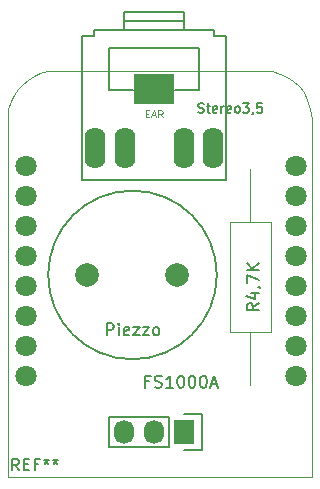
<source format=gbr>
%TF.GenerationSoftware,KiCad,Pcbnew,(6.0.4)*%
%TF.CreationDate,2023-09-26T18:39:51+02:00*%
%TF.ProjectId,BrausteuerungV4_Prototypplatine,42726175-7374-4657-9565-72756e675634,rev?*%
%TF.SameCoordinates,Original*%
%TF.FileFunction,Legend,Top*%
%TF.FilePolarity,Positive*%
%FSLAX46Y46*%
G04 Gerber Fmt 4.6, Leading zero omitted, Abs format (unit mm)*
G04 Created by KiCad (PCBNEW (6.0.4)) date 2023-09-26 18:39:51*
%MOMM*%
%LPD*%
G01*
G04 APERTURE LIST*
%ADD10C,0.150000*%
%ADD11C,0.100000*%
%ADD12C,0.120000*%
%ADD13C,0.090000*%
%ADD14C,2.000000*%
%ADD15C,1.800000*%
%ADD16R,3.500000X2.500000*%
%ADD17O,1.750000X3.500000*%
%ADD18R,1.727200X2.032000*%
%ADD19O,1.727200X2.032000*%
G04 APERTURE END LIST*
D10*
%TO.C,R4\u002C7K*%
X86302380Y-73290952D02*
X85826190Y-73624285D01*
X86302380Y-73862380D02*
X85302380Y-73862380D01*
X85302380Y-73481428D01*
X85350000Y-73386190D01*
X85397619Y-73338571D01*
X85492857Y-73290952D01*
X85635714Y-73290952D01*
X85730952Y-73338571D01*
X85778571Y-73386190D01*
X85826190Y-73481428D01*
X85826190Y-73862380D01*
X85635714Y-72433809D02*
X86302380Y-72433809D01*
X85254761Y-72671904D02*
X85969047Y-72910000D01*
X85969047Y-72290952D01*
X86254761Y-71862380D02*
X86302380Y-71862380D01*
X86397619Y-71910000D01*
X86445238Y-71957619D01*
X85302380Y-71529047D02*
X85302380Y-70862380D01*
X86302380Y-71290952D01*
X86302380Y-70481428D02*
X85302380Y-70481428D01*
X86302380Y-69910000D02*
X85730952Y-70338571D01*
X85302380Y-69910000D02*
X85873809Y-70481428D01*
%TO.C,Piezzo*%
X73469523Y-75982380D02*
X73469523Y-74982380D01*
X73850476Y-74982380D01*
X73945714Y-75030000D01*
X73993333Y-75077619D01*
X74040952Y-75172857D01*
X74040952Y-75315714D01*
X73993333Y-75410952D01*
X73945714Y-75458571D01*
X73850476Y-75506190D01*
X73469523Y-75506190D01*
X74469523Y-75982380D02*
X74469523Y-75315714D01*
X74469523Y-74982380D02*
X74421904Y-75030000D01*
X74469523Y-75077619D01*
X74517142Y-75030000D01*
X74469523Y-74982380D01*
X74469523Y-75077619D01*
X75326666Y-75934761D02*
X75231428Y-75982380D01*
X75040952Y-75982380D01*
X74945714Y-75934761D01*
X74898095Y-75839523D01*
X74898095Y-75458571D01*
X74945714Y-75363333D01*
X75040952Y-75315714D01*
X75231428Y-75315714D01*
X75326666Y-75363333D01*
X75374285Y-75458571D01*
X75374285Y-75553809D01*
X74898095Y-75649047D01*
X75707619Y-75315714D02*
X76231428Y-75315714D01*
X75707619Y-75982380D01*
X76231428Y-75982380D01*
X76517142Y-75315714D02*
X77040952Y-75315714D01*
X76517142Y-75982380D01*
X77040952Y-75982380D01*
X77564761Y-75982380D02*
X77469523Y-75934761D01*
X77421904Y-75887142D01*
X77374285Y-75791904D01*
X77374285Y-75506190D01*
X77421904Y-75410952D01*
X77469523Y-75363333D01*
X77564761Y-75315714D01*
X77707619Y-75315714D01*
X77802857Y-75363333D01*
X77850476Y-75410952D01*
X77898095Y-75506190D01*
X77898095Y-75791904D01*
X77850476Y-75887142D01*
X77802857Y-75934761D01*
X77707619Y-75982380D01*
X77564761Y-75982380D01*
%TO.C,REF\u002A\u002A*%
X66006666Y-87432380D02*
X65673333Y-86956190D01*
X65435238Y-87432380D02*
X65435238Y-86432380D01*
X65816190Y-86432380D01*
X65911428Y-86480000D01*
X65959047Y-86527619D01*
X66006666Y-86622857D01*
X66006666Y-86765714D01*
X65959047Y-86860952D01*
X65911428Y-86908571D01*
X65816190Y-86956190D01*
X65435238Y-86956190D01*
X66435238Y-86908571D02*
X66768571Y-86908571D01*
X66911428Y-87432380D02*
X66435238Y-87432380D01*
X66435238Y-86432380D01*
X66911428Y-86432380D01*
X67673333Y-86908571D02*
X67340000Y-86908571D01*
X67340000Y-87432380D02*
X67340000Y-86432380D01*
X67816190Y-86432380D01*
X68340000Y-86432380D02*
X68340000Y-86670476D01*
X68101904Y-86575238D02*
X68340000Y-86670476D01*
X68578095Y-86575238D01*
X68197142Y-86860952D02*
X68340000Y-86670476D01*
X68482857Y-86860952D01*
X69101904Y-86432380D02*
X69101904Y-86670476D01*
X68863809Y-86575238D02*
X69101904Y-86670476D01*
X69340000Y-86575238D01*
X68959047Y-86860952D02*
X69101904Y-86670476D01*
X69244761Y-86860952D01*
%TO.C,Stereo3\u002C5*%
X81215238Y-57103809D02*
X81329523Y-57141904D01*
X81520000Y-57141904D01*
X81596190Y-57103809D01*
X81634285Y-57065714D01*
X81672380Y-56989523D01*
X81672380Y-56913333D01*
X81634285Y-56837142D01*
X81596190Y-56799047D01*
X81520000Y-56760952D01*
X81367619Y-56722857D01*
X81291428Y-56684761D01*
X81253333Y-56646666D01*
X81215238Y-56570476D01*
X81215238Y-56494285D01*
X81253333Y-56418095D01*
X81291428Y-56380000D01*
X81367619Y-56341904D01*
X81558095Y-56341904D01*
X81672380Y-56380000D01*
X81900952Y-56608571D02*
X82205714Y-56608571D01*
X82015238Y-56341904D02*
X82015238Y-57027619D01*
X82053333Y-57103809D01*
X82129523Y-57141904D01*
X82205714Y-57141904D01*
X82777142Y-57103809D02*
X82700952Y-57141904D01*
X82548571Y-57141904D01*
X82472380Y-57103809D01*
X82434285Y-57027619D01*
X82434285Y-56722857D01*
X82472380Y-56646666D01*
X82548571Y-56608571D01*
X82700952Y-56608571D01*
X82777142Y-56646666D01*
X82815238Y-56722857D01*
X82815238Y-56799047D01*
X82434285Y-56875238D01*
X83158095Y-57141904D02*
X83158095Y-56608571D01*
X83158095Y-56760952D02*
X83196190Y-56684761D01*
X83234285Y-56646666D01*
X83310476Y-56608571D01*
X83386666Y-56608571D01*
X83958095Y-57103809D02*
X83881904Y-57141904D01*
X83729523Y-57141904D01*
X83653333Y-57103809D01*
X83615238Y-57027619D01*
X83615238Y-56722857D01*
X83653333Y-56646666D01*
X83729523Y-56608571D01*
X83881904Y-56608571D01*
X83958095Y-56646666D01*
X83996190Y-56722857D01*
X83996190Y-56799047D01*
X83615238Y-56875238D01*
X84453333Y-57141904D02*
X84377142Y-57103809D01*
X84339047Y-57065714D01*
X84300952Y-56989523D01*
X84300952Y-56760952D01*
X84339047Y-56684761D01*
X84377142Y-56646666D01*
X84453333Y-56608571D01*
X84567619Y-56608571D01*
X84643809Y-56646666D01*
X84681904Y-56684761D01*
X84720000Y-56760952D01*
X84720000Y-56989523D01*
X84681904Y-57065714D01*
X84643809Y-57103809D01*
X84567619Y-57141904D01*
X84453333Y-57141904D01*
X84986666Y-56341904D02*
X85481904Y-56341904D01*
X85215238Y-56646666D01*
X85329523Y-56646666D01*
X85405714Y-56684761D01*
X85443809Y-56722857D01*
X85481904Y-56799047D01*
X85481904Y-56989523D01*
X85443809Y-57065714D01*
X85405714Y-57103809D01*
X85329523Y-57141904D01*
X85100952Y-57141904D01*
X85024761Y-57103809D01*
X84986666Y-57065714D01*
X85862857Y-57103809D02*
X85862857Y-57141904D01*
X85824761Y-57218095D01*
X85786666Y-57256190D01*
X86586666Y-56341904D02*
X86205714Y-56341904D01*
X86167619Y-56722857D01*
X86205714Y-56684761D01*
X86281904Y-56646666D01*
X86472380Y-56646666D01*
X86548571Y-56684761D01*
X86586666Y-56722857D01*
X86624761Y-56799047D01*
X86624761Y-56989523D01*
X86586666Y-57065714D01*
X86548571Y-57103809D01*
X86472380Y-57141904D01*
X86281904Y-57141904D01*
X86205714Y-57103809D01*
X86167619Y-57065714D01*
D11*
X76774285Y-57225142D02*
X76974285Y-57225142D01*
X77060000Y-57539428D02*
X76774285Y-57539428D01*
X76774285Y-56939428D01*
X77060000Y-56939428D01*
X77288571Y-57368000D02*
X77574285Y-57368000D01*
X77231428Y-57539428D02*
X77431428Y-56939428D01*
X77631428Y-57539428D01*
X78174285Y-57539428D02*
X77974285Y-57253714D01*
X77831428Y-57539428D02*
X77831428Y-56939428D01*
X78060000Y-56939428D01*
X78117142Y-56968000D01*
X78145714Y-56996571D01*
X78174285Y-57053714D01*
X78174285Y-57139428D01*
X78145714Y-57196571D01*
X78117142Y-57225142D01*
X78060000Y-57253714D01*
X77831428Y-57253714D01*
D10*
%TO.C,FS1000A*%
X77053333Y-79898571D02*
X76720000Y-79898571D01*
X76720000Y-80422380D02*
X76720000Y-79422380D01*
X77196190Y-79422380D01*
X77529523Y-80374761D02*
X77672380Y-80422380D01*
X77910476Y-80422380D01*
X78005714Y-80374761D01*
X78053333Y-80327142D01*
X78100952Y-80231904D01*
X78100952Y-80136666D01*
X78053333Y-80041428D01*
X78005714Y-79993809D01*
X77910476Y-79946190D01*
X77720000Y-79898571D01*
X77624761Y-79850952D01*
X77577142Y-79803333D01*
X77529523Y-79708095D01*
X77529523Y-79612857D01*
X77577142Y-79517619D01*
X77624761Y-79470000D01*
X77720000Y-79422380D01*
X77958095Y-79422380D01*
X78100952Y-79470000D01*
X79053333Y-80422380D02*
X78481904Y-80422380D01*
X78767619Y-80422380D02*
X78767619Y-79422380D01*
X78672380Y-79565238D01*
X78577142Y-79660476D01*
X78481904Y-79708095D01*
X79672380Y-79422380D02*
X79767619Y-79422380D01*
X79862857Y-79470000D01*
X79910476Y-79517619D01*
X79958095Y-79612857D01*
X80005714Y-79803333D01*
X80005714Y-80041428D01*
X79958095Y-80231904D01*
X79910476Y-80327142D01*
X79862857Y-80374761D01*
X79767619Y-80422380D01*
X79672380Y-80422380D01*
X79577142Y-80374761D01*
X79529523Y-80327142D01*
X79481904Y-80231904D01*
X79434285Y-80041428D01*
X79434285Y-79803333D01*
X79481904Y-79612857D01*
X79529523Y-79517619D01*
X79577142Y-79470000D01*
X79672380Y-79422380D01*
X80624761Y-79422380D02*
X80720000Y-79422380D01*
X80815238Y-79470000D01*
X80862857Y-79517619D01*
X80910476Y-79612857D01*
X80958095Y-79803333D01*
X80958095Y-80041428D01*
X80910476Y-80231904D01*
X80862857Y-80327142D01*
X80815238Y-80374761D01*
X80720000Y-80422380D01*
X80624761Y-80422380D01*
X80529523Y-80374761D01*
X80481904Y-80327142D01*
X80434285Y-80231904D01*
X80386666Y-80041428D01*
X80386666Y-79803333D01*
X80434285Y-79612857D01*
X80481904Y-79517619D01*
X80529523Y-79470000D01*
X80624761Y-79422380D01*
X81577142Y-79422380D02*
X81672380Y-79422380D01*
X81767619Y-79470000D01*
X81815238Y-79517619D01*
X81862857Y-79612857D01*
X81910476Y-79803333D01*
X81910476Y-80041428D01*
X81862857Y-80231904D01*
X81815238Y-80327142D01*
X81767619Y-80374761D01*
X81672380Y-80422380D01*
X81577142Y-80422380D01*
X81481904Y-80374761D01*
X81434285Y-80327142D01*
X81386666Y-80231904D01*
X81339047Y-80041428D01*
X81339047Y-79803333D01*
X81386666Y-79612857D01*
X81434285Y-79517619D01*
X81481904Y-79470000D01*
X81577142Y-79422380D01*
X82291428Y-80136666D02*
X82767619Y-80136666D01*
X82196190Y-80422380D02*
X82529523Y-79422380D01*
X82862857Y-80422380D01*
D12*
%TO.C,R4\u002C7K*%
X83900000Y-66440000D02*
X83900000Y-75680000D01*
X85620000Y-80180000D02*
X85620000Y-75680000D01*
X87340000Y-66440000D02*
X83900000Y-66440000D01*
X85620000Y-61940000D02*
X85620000Y-66440000D01*
X83900000Y-75680000D02*
X87340000Y-75680000D01*
X87340000Y-75680000D02*
X87340000Y-66440000D01*
D10*
%TO.C,Piezzo*%
X82768627Y-70880000D02*
G75*
G03*
X82768627Y-70880000I-7138627J0D01*
G01*
D13*
%TO.C,REF\u002A\u002A*%
X90815000Y-80240000D02*
X90790000Y-57715000D01*
D11*
X65109807Y-87966658D02*
X65123805Y-56796507D01*
D13*
X65115000Y-87965000D02*
X90815000Y-87965000D01*
D11*
X65974747Y-55162423D02*
X66361047Y-54735048D01*
X87470460Y-53598266D02*
X88089824Y-53832259D01*
X88678018Y-54116742D02*
X89221445Y-54466257D01*
X88089824Y-53832259D02*
X88678018Y-54116742D01*
X65640099Y-55648833D02*
X65974747Y-55162423D01*
X89706503Y-54895342D02*
X90119595Y-55418540D01*
X90675482Y-56805425D02*
X90791078Y-57698193D01*
X65123805Y-56796507D02*
X65356616Y-56193714D01*
X90119595Y-55418540D02*
X90447122Y-56050387D01*
X67834750Y-53812690D02*
X68432547Y-53627024D01*
X66361047Y-54735048D02*
X66799488Y-54367259D01*
X65356616Y-56193714D02*
X65640099Y-55648833D01*
X89221445Y-54466257D02*
X89706503Y-54895342D01*
X90447122Y-56050387D02*
X90675482Y-56805425D01*
X68432547Y-53627024D02*
X87470460Y-53598266D01*
X66799488Y-54367259D02*
X67290560Y-54059623D01*
D13*
X90815000Y-87965000D02*
X90815000Y-80265000D01*
D11*
X67290560Y-54059623D02*
X67834750Y-53812690D01*
D10*
%TO.C,Stereo3\u002C5*%
X81270000Y-51680000D02*
X81270000Y-55236000D01*
X72380000Y-50410000D02*
X72380000Y-50156000D01*
X83556000Y-62856000D02*
X71364000Y-62856000D01*
X81270000Y-55236000D02*
X79238000Y-55236000D01*
X80000000Y-50156000D02*
X80000000Y-48632000D01*
X73650000Y-55236000D02*
X73650000Y-51680000D01*
X75682000Y-55236000D02*
X73650000Y-55236000D01*
X74920000Y-48632000D02*
X74920000Y-50156000D01*
X73650000Y-51680000D02*
X81270000Y-51680000D01*
X71364000Y-62856000D02*
X71364000Y-50664000D01*
X74920000Y-49394000D02*
X80000000Y-49394000D01*
X82540000Y-50156000D02*
X82540000Y-50664000D01*
X72380000Y-50156000D02*
X82540000Y-50156000D01*
X83556000Y-50664000D02*
X83556000Y-62856000D01*
X72380000Y-50664000D02*
X71364000Y-50664000D01*
X72380000Y-50664000D02*
X72380000Y-50410000D01*
X74920000Y-48632000D02*
X80000000Y-48632000D01*
X83556000Y-50664000D02*
X82540000Y-50664000D01*
%TO.C,FS1000A*%
X73610000Y-85480000D02*
X73610000Y-82940000D01*
X73610000Y-82940000D02*
X78690000Y-82940000D01*
X81484000Y-85734000D02*
X81484000Y-82686000D01*
X79960000Y-85734000D02*
X81484000Y-85734000D01*
X78690000Y-85480000D02*
X73610000Y-85480000D01*
X81484000Y-82686000D02*
X79960000Y-82686000D01*
X78690000Y-82940000D02*
X78690000Y-85480000D01*
%TD*%
D14*
%TO.C,Piezzo*%
X79440000Y-70870000D03*
X71820000Y-70890000D03*
%TD*%
D15*
%TO.C,REF\u002A\u002A*%
X66610000Y-79410000D03*
X66610000Y-76870000D03*
X66610000Y-74330000D03*
X66610000Y-71790000D03*
X66610000Y-69250000D03*
X66610000Y-66710000D03*
X66610000Y-64170000D03*
X66610000Y-61630000D03*
X89470000Y-61630000D03*
X89470000Y-64170000D03*
X89470000Y-66710000D03*
X89470000Y-69250000D03*
X89470000Y-71790000D03*
X89470000Y-74330000D03*
X89470000Y-76870000D03*
X89470000Y-79410000D03*
%TD*%
D16*
%TO.C,Stereo3\u002C5*%
X77460000Y-55164000D03*
D17*
X82460000Y-60170000D03*
X79960000Y-60170000D03*
X74960000Y-60170000D03*
X72460000Y-60170000D03*
%TD*%
D18*
%TO.C,FS1000A*%
X79960000Y-84210000D03*
D19*
X77420000Y-84210000D03*
X74880000Y-84210000D03*
%TD*%
M02*

</source>
